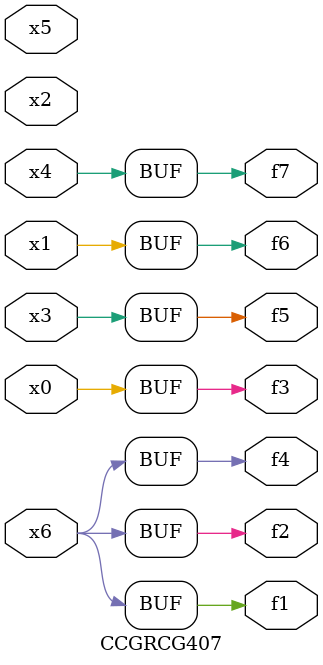
<source format=v>
module CCGRCG407(
	input x0, x1, x2, x3, x4, x5, x6,
	output f1, f2, f3, f4, f5, f6, f7
);
	assign f1 = x6;
	assign f2 = x6;
	assign f3 = x0;
	assign f4 = x6;
	assign f5 = x3;
	assign f6 = x1;
	assign f7 = x4;
endmodule

</source>
